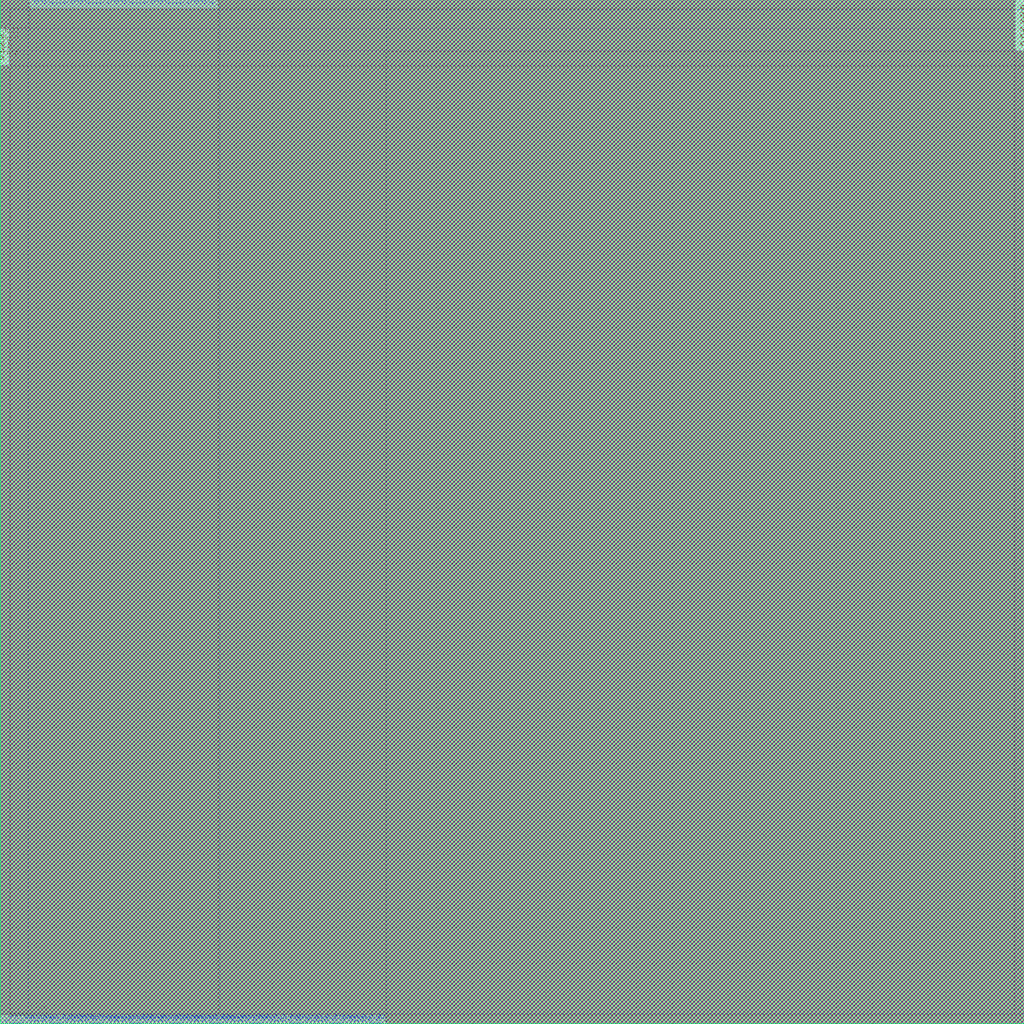
<source format=lef>
VERSION 5.7 ;
BUSBITCHARS "[]" ;
DIVIDERCHAR "/" ;

PROPERTYDEFINITIONS
  LAYER LEF58_TYPE STRING ;
  LAYER LEF58_SPACING STRING ;
  LAYER LEF58_WIDTH STRING ;
END PROPERTYDEFINITIONS

UNITS
  DATABASE MICRONS 1000 ;
END UNITS
MANUFACTURINGGRID 0.005 ;
LAYER OVERLAP
  TYPE OVERLAP ;
END OVERLAP

LAYER NWEL
  TYPE MASTERSLICE ;
  PROPERTY LEF58_TYPE "TYPE NWELL ;" ;
  PROPERTY LEF58_SPACING "SPACING 1 ;" ;
  PROPERTY LEF58_WIDTH "WIDTH 0.63 ;" ;
END NWEL

LAYER NPLUS
  TYPE IMPLANT ;
  WIDTH 0.24 ;
  SPACING 0.24 ;
  AREA 0.1764 ;
END NPLUS

LAYER PPLUS
  TYPE IMPLANT ;
  WIDTH 0.24 ;
  SPACING 0.24 ;
  AREA 0.1764 ;
END PPLUS

LAYER DIFF
  TYPE MASTERSLICE ;
  PROPERTY LEF58_TYPE "TYPE DIFFUSION ;" ;
  PROPERTY LEF58_SPACING "SPACING 0.2 ;" ;
  PROPERTY LEF58_WIDTH "WIDTH 0.16 ;" ;
END DIFF

LAYER PO1
  TYPE MASTERSLICE ;
END PO1

LAYER CONT
  TYPE CUT ;
  SPACING 0.2 ;
  WIDTH 0.16 ;
END CONT

LAYER ME1
  TYPE ROUTING ;
  DIRECTION HORIZONTAL ;
  WIDTH 0.16 ;
  AREA 0.1024 ;
  SPACINGTABLE
    PARALLELRUNLENGTH 0 1.759 
    WIDTH 0 0.16 0.26 
    WIDTH 1.759 0.26 0.26 ;
  SPACING 0.16 SAMENET ;
  MAXWIDTH 25 ;
  RESISTANCE RPERSQ 0.07 ;
  MINIMUMDENSITY 20 ;
  DENSITYCHECKWINDOW 400 400 ;
  DENSITYCHECKSTEP 200 ;
END ME1

LAYER VI1
  TYPE CUT ;
  SPACING 0.2 ;
  WIDTH 0.2 ;
END VI1

LAYER ME2
  TYPE ROUTING ;
  DIRECTION VERTICAL ;
  WIDTH 0.2 ;
  AREA 0.1024 ;
  SPACINGTABLE
    PARALLELRUNLENGTH 0 1.999 
    WIDTH 0 0.2 0.28 
    WIDTH 1.999 0.28 0.28 ;
  SPACING 0.2 SAMENET ;
  MAXWIDTH 25 ;
  RESISTANCE RPERSQ 0.07 ;
  MINIMUMDENSITY 20 ;
  DENSITYCHECKWINDOW 400 400 ;
  DENSITYCHECKSTEP 200 ;
END ME2

LAYER VI2
  TYPE CUT ;
  SPACING 0.2 ;
  WIDTH 0.2 ;
END VI2

LAYER ME3
  TYPE ROUTING ;
  DIRECTION HORIZONTAL ;
  WIDTH 0.2 ;
  AREA 0.1024 ;
  SPACINGTABLE
    PARALLELRUNLENGTH 0 1.999 
    WIDTH 0 0.2 0.28 
    WIDTH 1.999 0.28 0.28 ;
  SPACING 0.2 SAMENET ;
  MAXWIDTH 25 ;
  RESISTANCE RPERSQ 0.07 ;
  MINIMUMDENSITY 20 ;
  DENSITYCHECKWINDOW 400 400 ;
  DENSITYCHECKSTEP 200 ;
END ME3

LAYER VI3
  TYPE CUT ;
  SPACING 0.2 ;
  WIDTH 0.2 ;
END VI3

LAYER ME4
  TYPE ROUTING ;
  DIRECTION VERTICAL ;
  WIDTH 0.2 ;
  AREA 0.1024 ;
  SPACINGTABLE
    PARALLELRUNLENGTH 0 1.999 
    WIDTH 0 0.2 0.28 
    WIDTH 1.999 0.28 0.28 ;
  SPACING 0.2 SAMENET ;
  MAXWIDTH 25 ;
  RESISTANCE RPERSQ 0.07 ;
  MINIMUMDENSITY 20 ;
  DENSITYCHECKWINDOW 400 400 ;
  DENSITYCHECKSTEP 200 ;
END ME4

LAYER VI4
  TYPE CUT ;
  SPACING 0.2 ;
  WIDTH 0.2 ;
END VI4

LAYER ME5
  TYPE ROUTING ;
  DIRECTION HORIZONTAL ;
  WIDTH 0.2 ;
  AREA 0.1024 ;
  SPACINGTABLE
    PARALLELRUNLENGTH 0 1.999 
    WIDTH 0 0.2 0.28 
    WIDTH 1.999 0.28 0.28 ;
  SPACING 0.2 SAMENET ;
  MAXWIDTH 25 ;
  RESISTANCE RPERSQ 0.07 ;
  MINIMUMDENSITY 20 ;
  DENSITYCHECKWINDOW 400 400 ;
  DENSITYCHECKSTEP 200 ;
END ME5

LAYER VI5
  TYPE CUT ;
  SPACING 0.2 ;
  WIDTH 0.2 ;
END VI5

LAYER ME6
  TYPE ROUTING ;
  DIRECTION VERTICAL ;
  WIDTH 0.2 ;
  AREA 0.1024 ;
  SPACINGTABLE
    PARALLELRUNLENGTH 0 1.999 
    WIDTH 0 0.2 0.28 
    WIDTH 1.999 0.28 0.28 ;
  SPACING 0.2 SAMENET ;
  MAXWIDTH 25 ;
  RESISTANCE RPERSQ 0.07 ;
  MINIMUMDENSITY 20 ;
  DENSITYCHECKWINDOW 400 400 ;
  DENSITYCHECKSTEP 200 ;
END ME6

LAYER VI6
  TYPE CUT ;
  SPACING 0.4 ;
  WIDTH 0.4 ;
END VI6

LAYER ME7
  TYPE ROUTING ;
  DIRECTION HORIZONTAL ;
  WIDTH 0.4 ;
  AREA 0.33 ;
  SPACINGTABLE
    PARALLELRUNLENGTH 0 1.599 
    WIDTH 0 0.4 0.5 
    WIDTH 1.599 0.5 0.5 ;
  SPACING 0.4 SAMENET ;
  MAXWIDTH 25 ;
  RESISTANCE RPERSQ 0.027 ;
  MINIMUMDENSITY 20 ;
  DENSITYCHECKWINDOW 400 400 ;
  DENSITYCHECKSTEP 200 ;
END ME7

LAYER VI7
  TYPE CUT ;
  SPACING 0.75 ;
  WIDTH 0.6 ;
END VI7

LAYER ME8
  TYPE ROUTING ;
  DIRECTION VERTICAL ;
  WIDTH 1.5 ;
  AREA 2.25 ;
  SPACINGTABLE
    PARALLELRUNLENGTH 0 
    WIDTH 0 1.5 ;
  SPACING 1.5 SAMENET ;
  MAXWIDTH 25 ;
  RESISTANCE RPERSQ 0.015 ;
  MINIMUMDENSITY 20 ;
  DENSITYCHECKWINDOW 400 400 ;
  DENSITYCHECKSTEP 200 ;
END ME8

LAYER TMV_RDL
  TYPE CUT ;
  SPACING 2 ;
  WIDTH 4 ;
END TMV_RDL

LAYER AL_RDL
  TYPE ROUTING ;
  DIRECTION HORIZONTAL ;
  WIDTH 3 ;
  SPACING 1.6 ;
  SPACING 1.6 SAMENET ;
END AL_RDL

MAXVIASTACK 4 RANGE ME1 ME8 ;
VIARULE M2_M1 GENERATE DEFAULT
  LAYER ME1 ;
    ENCLOSURE 0.06 0.06 ;
  LAYER ME2 ;
    ENCLOSURE 0 0 ;
  LAYER VI1 ;
    RECT -0.1 -0.1 0.1 0.1 ;
    SPACING 0.48 BY 0.48 ;
END M2_M1

VIARULE M3_M2 GENERATE DEFAULT
  LAYER ME2 ;
    ENCLOSURE 0.06 0.06 ;
  LAYER ME3 ;
    ENCLOSURE 0 0 ;
  LAYER VI2 ;
    RECT -0.1 -0.1 0.1 0.1 ;
    SPACING 0.48 BY 0.48 ;
END M3_M2

VIARULE M4_M3 GENERATE DEFAULT
  LAYER ME3 ;
    ENCLOSURE 0.06 0.06 ;
  LAYER ME4 ;
    ENCLOSURE 0 0 ;
  LAYER VI3 ;
    RECT -0.1 -0.1 0.1 0.1 ;
    SPACING 0.48 BY 0.48 ;
END M4_M3

VIARULE M5_M4 GENERATE DEFAULT
  LAYER ME4 ;
    ENCLOSURE 0.06 0.06 ;
  LAYER ME5 ;
    ENCLOSURE 0 0 ;
  LAYER VI4 ;
    RECT -0.1 -0.1 0.1 0.1 ;
    SPACING 0.48 BY 0.48 ;
END M5_M4

VIARULE M6_M5 GENERATE DEFAULT
  LAYER ME5 ;
    ENCLOSURE 0.06 0.06 ;
  LAYER ME6 ;
    ENCLOSURE 0 0 ;
  LAYER VI5 ;
    RECT -0.1 -0.1 0.1 0.1 ;
    SPACING 0.48 BY 0.48 ;
END M6_M5

VIARULE M7_M6 GENERATE DEFAULT
  LAYER ME6 ;
    ENCLOSURE 0 0 ;
  LAYER ME7 ;
    ENCLOSURE 0 0 ;
  LAYER VI6 ;
    RECT -0.2 -0.2 0.2 0.2 ;
    SPACING 0.9 BY 0.9 ;
END M7_M6

VIARULE M8_M7 GENERATE DEFAULT
  LAYER ME7 ;
    ENCLOSURE 0.2 0.2 ;
  LAYER ME8 ;
    ENCLOSURE 0.45 0.45 ;
  LAYER VI7 ;
    RECT -0.3 -0.3 0.3 0.3 ;
    SPACING 1.35 BY 1.35 ;
END M8_M7

VIARULE L2_M8 GENERATE
  LAYER ME8 ;
    ENCLOSURE 0.6 0.6 ;
  LAYER AL_RDL ;
    ENCLOSURE 0.5 0.5 ;
  LAYER TMV_RDL ;
    RECT -2 -2 2 2 ;
    SPACING 6 BY 6 ;
END L2_M8

VIARULE M1_PACTIVE GENERATE
  LAYER DIFF ;
    ENCLOSURE 0.06 0.06 ;
  LAYER ME1 ;
    ENCLOSURE 0.06 0.06 ;
  LAYER CONT ;
    RECT -0.08 -0.08 0.08 0.08 ;
    SPACING 0.36 BY 0.36 ;
END M1_PACTIVE

VIARULE M1_NWEL GENERATE
  LAYER DIFF ;
    ENCLOSURE 0.06 0.06 ;
  LAYER ME1 ;
    ENCLOSURE 0.06 0.06 ;
  LAYER CONT ;
    RECT -0.08 -0.08 0.08 0.08 ;
    SPACING 0.36 BY 0.36 ;
END M1_NWEL

VIARULE M1_NACTIVE GENERATE
  LAYER DIFF ;
    ENCLOSURE 0.06 0.06 ;
  LAYER ME1 ;
    ENCLOSURE 0.06 0.06 ;
  LAYER CONT ;
    RECT -0.08 -0.08 0.08 0.08 ;
    SPACING 0.36 BY 0.36 ;
END M1_NACTIVE

VIARULE M1_POLY GENERATE
  LAYER PO1 ;
    ENCLOSURE 0.06 0.06 ;
  LAYER ME1 ;
    ENCLOSURE 0.06 0.06 ;
  LAYER CONT ;
    RECT -0.08 -0.08 0.08 0.08 ;
    SPACING 0.36 BY 0.36 ;
END M1_POLY

MACRO controller
  CLASS BLOCK ;
  ORIGIN 0 56.32 ;
  FOREIGN controller 0 -56.32 ;
  SIZE 56.32 BY 56.32 ;
  SYMMETRY X Y R90 ;
  PIN vcutoff_0
    DIRECTION INPUT ;
    USE SIGNAL ;
    PORT
      LAYER ME2 ;
        RECT 0.7 -56.32 0.9 -56.12 ;
    END
  END vcutoff_0
  PIN en
    DIRECTION INPUT ;
    USE SIGNAL ;
    PORT
      LAYER ME2 ;
        RECT 0.3 -56.32 0.5 -56.12 ;
    END
  END en
  PIN vcutoff_3
    DIRECTION INPUT ;
    USE SIGNAL ;
    PORT
      LAYER ME2 ;
        RECT 1.9 -56.32 2.1 -56.12 ;
    END
  END vcutoff_3
  PIN vcutoff_2
    DIRECTION INPUT ;
    USE SIGNAL ;
    PORT
      LAYER ME2 ;
        RECT 1.5 -56.32 1.7 -56.12 ;
    END
  END vcutoff_2
  PIN vcutoff_1
    DIRECTION INPUT ;
    USE SIGNAL ;
    PORT
      LAYER ME2 ;
        RECT 1.1 -56.32 1.3 -56.12 ;
    END
  END vcutoff_1
  PIN vcutoff_4
    DIRECTION INPUT ;
    USE SIGNAL ;
    PORT
      LAYER ME2 ;
        RECT 2.3 -56.32 2.5 -56.12 ;
    END
  END vcutoff_4
  PIN vcutoff_5
    DIRECTION INPUT ;
    USE SIGNAL ;
    PORT
      LAYER ME2 ;
        RECT 2.7 -56.32 2.9 -56.12 ;
    END
  END vcutoff_5
  PIN vcutoff_6
    DIRECTION INPUT ;
    USE SIGNAL ;
    PORT
      LAYER ME2 ;
        RECT 3.1 -56.32 3.3 -56.12 ;
    END
  END vcutoff_6
  PIN vcutoff_7
    DIRECTION INPUT ;
    USE SIGNAL ;
    PORT
      LAYER ME2 ;
        RECT 3.5 -56.32 3.7 -56.12 ;
    END
  END vcutoff_7
  PIN vpreset_0
    DIRECTION INPUT ;
    USE SIGNAL ;
    PORT
      LAYER ME2 ;
        RECT 3.9 -56.32 4.1 -56.12 ;
    END
  END vpreset_0
  PIN vpreset_1
    DIRECTION INPUT ;
    USE SIGNAL ;
    PORT
      LAYER ME2 ;
        RECT 4.3 -56.32 4.5 -56.12 ;
    END
  END vpreset_1
  PIN vpreset_2
    DIRECTION INPUT ;
    USE SIGNAL ;
    PORT
      LAYER ME2 ;
        RECT 4.7 -56.32 4.9 -56.12 ;
    END
  END vpreset_2
  PIN vpreset_3
    DIRECTION INPUT ;
    USE SIGNAL ;
    PORT
      LAYER ME2 ;
        RECT 5.1 -56.32 5.3 -56.12 ;
    END
  END vpreset_3
  PIN vpreset_4
    DIRECTION INPUT ;
    USE SIGNAL ;
    PORT
      LAYER ME2 ;
        RECT 5.5 -56.32 5.7 -56.12 ;
    END
  END vpreset_4
  PIN vpreset_5
    DIRECTION INPUT ;
    USE SIGNAL ;
    PORT
      LAYER ME2 ;
        RECT 5.9 -56.32 6.1 -56.12 ;
    END
  END vpreset_5
  PIN vpreset_6
    DIRECTION INPUT ;
    USE SIGNAL ;
    PORT
      LAYER ME2 ;
        RECT 6.3 -56.32 6.5 -56.12 ;
    END
  END vpreset_6
  PIN vpreset_7
    DIRECTION INPUT ;
    USE SIGNAL ;
    PORT
      LAYER ME2 ;
        RECT 6.7 -56.32 6.9 -56.12 ;
    END
  END vpreset_7
  PIN tempmin_0
    DIRECTION INPUT ;
    USE SIGNAL ;
    PORT
      LAYER ME2 ;
        RECT 7.1 -56.32 7.3 -56.12 ;
    END
  END tempmin_0
  PIN tempmin_1
    DIRECTION INPUT ;
    USE SIGNAL ;
    PORT
      LAYER ME2 ;
        RECT 7.5 -56.32 7.7 -56.12 ;
    END
  END tempmin_1
  PIN tempmin_5
    DIRECTION INPUT ;
    USE SIGNAL ;
    PORT
      LAYER ME2 ;
        RECT 9.1 -56.32 9.3 -56.12 ;
    END
  END tempmin_5
  PIN tempmin_2
    DIRECTION INPUT ;
    USE SIGNAL ;
    PORT
      LAYER ME2 ;
        RECT 7.9 -56.32 8.1 -56.12 ;
    END
  END tempmin_2
  PIN tempmin_4
    DIRECTION INPUT ;
    USE SIGNAL ;
    PORT
      LAYER ME2 ;
        RECT 8.7 -56.32 8.9 -56.12 ;
    END
  END tempmin_4
  PIN tempmin_3
    DIRECTION INPUT ;
    USE SIGNAL ;
    PORT
      LAYER ME2 ;
        RECT 8.3 -56.32 8.5 -56.12 ;
    END
  END tempmin_3
  PIN tempmin_6
    DIRECTION INPUT ;
    USE SIGNAL ;
    PORT
      LAYER ME2 ;
        RECT 9.5 -56.32 9.7 -56.12 ;
    END
  END tempmin_6
  PIN tempmin_7
    DIRECTION INPUT ;
    USE SIGNAL ;
    PORT
      LAYER ME2 ;
        RECT 9.9 -56.32 10.1 -56.12 ;
    END
  END tempmin_7
  PIN tempmax_0
    DIRECTION INPUT ;
    USE SIGNAL ;
    PORT
      LAYER ME2 ;
        RECT 10.3 -56.32 10.5 -56.12 ;
    END
  END tempmax_0
  PIN tempmax_1
    DIRECTION INPUT ;
    USE SIGNAL ;
    PORT
      LAYER ME2 ;
        RECT 10.7 -56.32 10.9 -56.12 ;
    END
  END tempmax_1
  PIN tempmax_2
    DIRECTION INPUT ;
    USE SIGNAL ;
    PORT
      LAYER ME2 ;
        RECT 11.1 -56.32 11.3 -56.12 ;
    END
  END tempmax_2
  PIN tempmax_3
    DIRECTION INPUT ;
    USE SIGNAL ;
    PORT
      LAYER ME2 ;
        RECT 11.5 -56.32 11.7 -56.12 ;
    END
  END tempmax_3
  PIN tempmax_4
    DIRECTION INPUT ;
    USE SIGNAL ;
    PORT
      LAYER ME2 ;
        RECT 11.9 -56.32 12.1 -56.12 ;
    END
  END tempmax_4
  PIN tempmax_5
    DIRECTION INPUT ;
    USE SIGNAL ;
    PORT
      LAYER ME2 ;
        RECT 12.3 -56.32 12.5 -56.12 ;
    END
  END tempmax_5
  PIN tempmax_6
    DIRECTION INPUT ;
    USE SIGNAL ;
    PORT
      LAYER ME2 ;
        RECT 12.7 -56.32 12.9 -56.12 ;
    END
  END tempmax_6
  PIN tempmax_7
    DIRECTION INPUT ;
    USE SIGNAL ;
    PORT
      LAYER ME2 ;
        RECT 13.1 -56.32 13.3 -56.12 ;
    END
  END tempmax_7
  PIN tmax_0
    DIRECTION INPUT ;
    USE SIGNAL ;
    PORT
      LAYER ME2 ;
        RECT 13.5 -56.32 13.7 -56.12 ;
    END
  END tmax_0
  PIN tmax_1
    DIRECTION INPUT ;
    USE SIGNAL ;
    PORT
      LAYER ME2 ;
        RECT 13.9 -56.32 14.1 -56.12 ;
    END
  END tmax_1
  PIN tmax_2
    DIRECTION INPUT ;
    USE SIGNAL ;
    PORT
      LAYER ME2 ;
        RECT 14.3 -56.32 14.5 -56.12 ;
    END
  END tmax_2
  PIN tmax_3
    DIRECTION INPUT ;
    USE SIGNAL ;
    PORT
      LAYER ME2 ;
        RECT 14.7 -56.32 14.9 -56.12 ;
    END
  END tmax_3
  PIN tmax_4
    DIRECTION INPUT ;
    USE SIGNAL ;
    PORT
      LAYER ME2 ;
        RECT 15.1 -56.32 15.3 -56.12 ;
    END
  END tmax_4
  PIN tmax_5
    DIRECTION INPUT ;
    USE SIGNAL ;
    PORT
      LAYER ME2 ;
        RECT 15.5 -56.32 15.7 -56.12 ;
    END
  END tmax_5
  PIN tmax_6
    DIRECTION INPUT ;
    USE SIGNAL ;
    PORT
      LAYER ME2 ;
        RECT 15.9 -56.32 16.1 -56.12 ;
    END
  END tmax_6
  PIN tmax_7
    DIRECTION INPUT ;
    USE SIGNAL ;
    PORT
      LAYER ME2 ;
        RECT 16.3 -56.32 16.5 -56.12 ;
    END
  END tmax_7
  PIN iend_0
    DIRECTION INPUT ;
    USE SIGNAL ;
    PORT
      LAYER ME2 ;
        RECT 16.7 -56.32 16.9 -56.12 ;
    END
  END iend_0
  PIN iend_1
    DIRECTION INPUT ;
    USE SIGNAL ;
    PORT
      LAYER ME2 ;
        RECT 17.1 -56.32 17.3 -56.12 ;
    END
  END iend_1
  PIN iend_2
    DIRECTION INPUT ;
    USE SIGNAL ;
    PORT
      LAYER ME2 ;
        RECT 17.5 -56.32 17.7 -56.12 ;
    END
  END iend_2
  PIN iend_3
    DIRECTION INPUT ;
    USE SIGNAL ;
    PORT
      LAYER ME2 ;
        RECT 17.9 -56.32 18.1 -56.12 ;
    END
  END iend_3
  PIN iend_4
    DIRECTION INPUT ;
    USE SIGNAL ;
    PORT
      LAYER ME2 ;
        RECT 18.3 -56.32 18.5 -56.12 ;
    END
  END iend_4
  PIN iend_5
    DIRECTION INPUT ;
    USE SIGNAL ;
    PORT
      LAYER ME2 ;
        RECT 18.7 -56.32 18.9 -56.12 ;
    END
  END iend_5
  PIN iend_6
    DIRECTION INPUT ;
    USE SIGNAL ;
    PORT
      LAYER ME2 ;
        RECT 19.1 -56.32 19.3 -56.12 ;
    END
  END iend_6
  PIN iend_7
    DIRECTION INPUT ;
    USE SIGNAL ;
    PORT
      LAYER ME2 ;
        RECT 19.5 -56.32 19.7 -56.12 ;
    END
  END iend_7
  PIN cc
    DIRECTION OUTPUT ;
    USE SIGNAL ;
    PORT
      LAYER ME3 ;
        RECT 56.12 -0.9 56.32 -0.7 ;
    END
  END cc
  PIN tc
    DIRECTION OUTPUT ;
    USE SIGNAL ;
    PORT
      LAYER ME3 ;
        RECT 56.12 -0.5 56.32 -0.3 ;
    END
  END tc
  PIN cv
    DIRECTION OUTPUT ;
    USE SIGNAL ;
    PORT
      LAYER ME3 ;
        RECT 56.12 -1.3 56.32 -1.1 ;
    END
  END cv
  PIN imonen
    DIRECTION OUTPUT ;
    USE SIGNAL ;
    PORT
      LAYER ME3 ;
        RECT 56.12 -1.7 56.32 -1.5 ;
    END
  END imonen
  PIN vmonen
    DIRECTION OUTPUT ;
    USE SIGNAL ;
    PORT
      LAYER ME3 ;
        RECT 56.12 -2.1 56.32 -1.9 ;
    END
  END vmonen
  PIN tmonen
    DIRECTION OUTPUT ;
    USE SIGNAL ;
    PORT
      LAYER ME3 ;
        RECT 56.12 -2.5 56.32 -2.3 ;
    END
  END tmonen
  PIN vtok
    DIRECTION INPUT ;
    USE SIGNAL ;
    PORT
      LAYER ME2 ;
        RECT 1.9 -0.2 2.1 0 ;
    END
  END vtok
  PIN ibat_0
    DIRECTION INPUT ;
    USE SIGNAL ;
    PORT
      LAYER ME2 ;
        RECT 2.3 -0.2 2.5 0 ;
    END
  END ibat_0
  PIN ibat_1
    DIRECTION INPUT ;
    USE SIGNAL ;
    PORT
      LAYER ME2 ;
        RECT 2.7 -0.2 2.9 0 ;
    END
  END ibat_1
  PIN ibat_2
    DIRECTION INPUT ;
    USE SIGNAL ;
    PORT
      LAYER ME2 ;
        RECT 3.1 -0.2 3.3 0 ;
    END
  END ibat_2
  PIN ibat_3
    DIRECTION INPUT ;
    USE SIGNAL ;
    PORT
      LAYER ME2 ;
        RECT 3.5 -0.2 3.7 0 ;
    END
  END ibat_3
  PIN ibat_4
    DIRECTION INPUT ;
    USE SIGNAL ;
    PORT
      LAYER ME2 ;
        RECT 3.9 -0.2 4.1 0 ;
    END
  END ibat_4
  PIN ibat_5
    DIRECTION INPUT ;
    USE SIGNAL ;
    PORT
      LAYER ME2 ;
        RECT 4.3 -0.2 4.5 0 ;
    END
  END ibat_5
  PIN ibat_6
    DIRECTION INPUT ;
    USE SIGNAL ;
    PORT
      LAYER ME2 ;
        RECT 4.7 -0.2 4.9 0 ;
    END
  END ibat_6
  PIN ibat_7
    DIRECTION INPUT ;
    USE SIGNAL ;
    PORT
      LAYER ME2 ;
        RECT 5.1 -0.2 5.3 0 ;
    END
  END ibat_7
  PIN vbat_0
    DIRECTION INPUT ;
    USE SIGNAL ;
    PORT
      LAYER ME2 ;
        RECT 5.5 -0.2 5.7 0 ;
    END
  END vbat_0
  PIN vbat_1
    DIRECTION INPUT ;
    USE SIGNAL ;
    PORT
      LAYER ME2 ;
        RECT 5.9 -0.2 6.1 0 ;
    END
  END vbat_1
  PIN vbat_2
    DIRECTION INPUT ;
    USE SIGNAL ;
    PORT
      LAYER ME2 ;
        RECT 6.3 -0.2 6.5 0 ;
    END
  END vbat_2
  PIN vbat_3
    DIRECTION INPUT ;
    USE SIGNAL ;
    PORT
      LAYER ME2 ;
        RECT 6.7 -0.2 6.9 0 ;
    END
  END vbat_3
  PIN vbat_4
    DIRECTION INPUT ;
    USE SIGNAL ;
    PORT
      LAYER ME2 ;
        RECT 7.1 -0.2 7.3 0 ;
    END
  END vbat_4
  PIN vbat_5
    DIRECTION INPUT ;
    USE SIGNAL ;
    PORT
      LAYER ME2 ;
        RECT 7.5 -0.2 7.7 0 ;
    END
  END vbat_5
  PIN vbat_6
    DIRECTION INPUT ;
    USE SIGNAL ;
    PORT
      LAYER ME2 ;
        RECT 7.9 -0.2 8.1 0 ;
    END
  END vbat_6
  PIN vbat_7
    DIRECTION INPUT ;
    USE SIGNAL ;
    PORT
      LAYER ME2 ;
        RECT 8.3 -0.2 8.5 0 ;
    END
  END vbat_7
  PIN tbat_0
    DIRECTION INPUT ;
    USE SIGNAL ;
    PORT
      LAYER ME2 ;
        RECT 8.7 -0.2 8.9 0 ;
    END
  END tbat_0
  PIN tbat_1
    DIRECTION INPUT ;
    USE SIGNAL ;
    PORT
      LAYER ME2 ;
        RECT 9.1 -0.2 9.3 0 ;
    END
  END tbat_1
  PIN tbat_2
    DIRECTION INPUT ;
    USE SIGNAL ;
    PORT
      LAYER ME2 ;
        RECT 9.5 -0.2 9.7 0 ;
    END
  END tbat_2
  PIN tbat_3
    DIRECTION INPUT ;
    USE SIGNAL ;
    PORT
      LAYER ME2 ;
        RECT 9.9 -0.2 10.1 0 ;
    END
  END tbat_3
  PIN tbat_4
    DIRECTION INPUT ;
    USE SIGNAL ;
    PORT
      LAYER ME2 ;
        RECT 10.3 -0.2 10.5 0 ;
    END
  END tbat_4
  PIN tbat_5
    DIRECTION INPUT ;
    USE SIGNAL ;
    PORT
      LAYER ME2 ;
        RECT 10.7 -0.2 10.9 0 ;
    END
  END tbat_5
  PIN tbat_6
    DIRECTION INPUT ;
    USE SIGNAL ;
    PORT
      LAYER ME2 ;
        RECT 11.1 -0.2 11.3 0 ;
    END
  END tbat_6
  PIN tbat_7
    DIRECTION INPUT ;
    USE SIGNAL ;
    PORT
      LAYER ME2 ;
        RECT 11.5 -0.2 11.7 0 ;
    END
  END tbat_7
  PIN dvdd
    DIRECTION INOUT ;
    USE POWER ;
    PORT
      LAYER ME3 ;
        RECT 0 -2.1 0.2 -1.9 ;
    END
  END dvdd
  PIN dgnd
    DIRECTION INOUT ;
    USE GROUND ;
    PORT
      LAYER ME3 ;
        RECT 0 -2.5 0.2 -2.3 ;
    END
  END dgnd
  PIN clk
    DIRECTION INPUT ;
    USE CLOCK ;
    PORT
      LAYER ME3 ;
        RECT 0 -2.9 0.2 -2.7 ;
    END
  END clk
  PIN rstz
    DIRECTION INPUT ;
    PORT
      LAYER ME3 ;
        RECT 0 -3.3 0.2 -3.1 ;
    END
  END rstz
  PIN si
    DIRECTION INPUT ;
    USE SIGNAL ;
    PORT
      LAYER ME2 ;
        RECT 19.9 -56.32 20.1 -56.12 ;
    END
  END si
  PIN se
    DIRECTION INPUT ;
    USE SIGNAL ;
    PORT
      LAYER ME2 ;
        RECT 20.3 -56.32 20.5 -56.12 ;
    END
  END se
  PIN so
    DIRECTION OUTPUT ;
    USE SIGNAL ;
    PORT
      LAYER ME2 ;
        RECT 20.7 -56.32 20.9 -56.12 ;
    END
  END so
  OBS
    LAYER ME1 SPACING 0.16 ;
      RECT 0 -56.32 56.32 0 ;
    LAYER ME2 SPACING 0.2 ;
      RECT 12.06 -55.76 56.32 0 ;
      RECT 21.26 -56.32 56.32 0 ;
      RECT 0 -55.76 1.54 0 ;
      RECT 0 -55.76 56.32 -0.56 ;
    LAYER ME3 SPACING 0.2 ;
      RECT 12 -55.82 55.76 0 ;
      RECT 0 -1.54 1.6 0 ;
      RECT 0.56 -55.82 55.76 -0.5 ;
      RECT 21.2 -56.32 56.32 -2.86 ;
      RECT 0 -55.82 56.32 -3.66 ;
    LAYER ME4 SPACING 0.2 ;
      RECT 0 -1.6 55.82 0 ;
      RECT 0.5 -56.32 55.82 0 ;
      RECT 0.5 -56.32 56.32 -2.8 ;
      RECT 0 -56.32 56.32 -3.6 ;
    LAYER ME5 SPACING 0.2 ;
      RECT 0 -56.32 56.32 0 ;
    LAYER ME6 SPACING 0.2 ;
      RECT 0 -56.32 56.32 0 ;
    LAYER ME7 SPACING 0.4 ;
      RECT 0 -56.32 56.32 0 ;
    LAYER ME8 SPACING 1.5 ;
      RECT 0 -56.32 56.32 0 ;
  END
END controller

END LIBRARY

</source>
